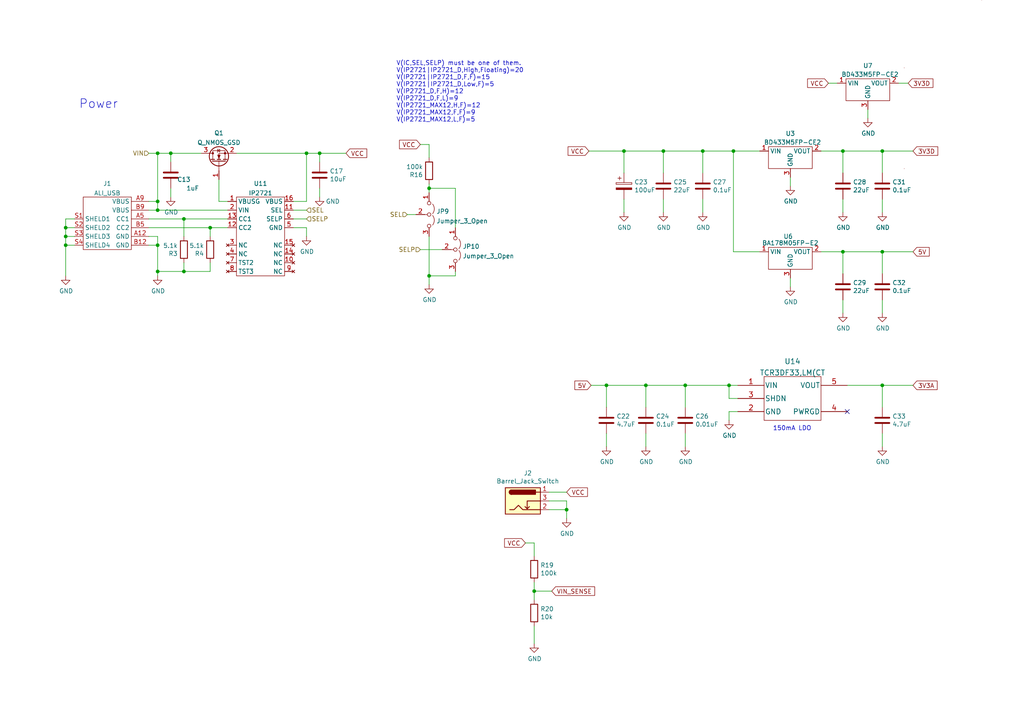
<source format=kicad_sch>
(kicad_sch (version 20230121) (generator eeschema)
  (paper "A4")
  (lib_symbols
    (symbol "Connector:Barrel_Jack_Switch" (pin_names hide)
      (property "Reference" "J" (at 0 5.334 0))
      (property "Value" "Barrel_Jack_Switch" (at 0 -5.08 0))
      (symbol "Barrel_Jack_Switch_0_1"
        (rectangle (start -5.08 3.81) (end 5.08 -3.81) (stroke (width 0.254)) (fill (type background)))
        (arc (start -3.302 3.175) (mid -3.9343 2.54) (end -3.302 1.905) (stroke (width 0.254)))
        (arc (start -3.302 3.175) (mid -3.9343 2.54) (end -3.302 1.905) (stroke (width 0.254)) (fill (type outline)))
        (polyline (pts (xy 1.27 -2.286) (xy 1.905 -1.651)) (stroke (width 0.254)))
        (polyline (pts (xy 5.08 2.54) (xy 3.81 2.54)) (stroke (width 0.254)))
        (polyline (pts (xy 5.08 0) (xy 1.27 0) (xy 1.27 -2.286) (xy 0.635 -1.651)) (stroke (width 0.254)))
        (polyline (pts (xy -3.81 -2.54) (xy -2.54 -2.54) (xy -1.27 -1.27) (xy 0 -2.54) (xy 2.54 -2.54) (xy 5.08 -2.54)) (stroke (width 0.254)))
        (rectangle (start 3.683 3.175) (end -3.302 1.905) (stroke (width 0.254)) (fill (type outline)))
      )
      (symbol "Barrel_Jack_Switch_1_1"
        (pin passive line (at 7.62 2.54 180) (length 2.54) (name "~") (number "1"))
        (pin passive line (at 7.62 -2.54 180) (length 2.54) (name "~") (number "2"))
        (pin passive line (at 7.62 0 180) (length 2.54) (name "~") (number "3"))
      )
    )
    (symbol "Device:C" (pin_numbers hide) (pin_names (offset 0.254))
      (property "Reference" "C" (at 0.635 2.54 0))
      (property "Value" "C" (at 0.635 -2.54 0))
      (symbol "C_0_1"
        (polyline (pts (xy -2.032 -0.762) (xy 2.032 -0.762)) (stroke (width 0.508)))
        (polyline (pts (xy -2.032 0.762) (xy 2.032 0.762)) (stroke (width 0.508)))
      )
      (symbol "C_1_1"
        (pin passive line (at 0 3.81 270) (length 2.794) (name "~") (number "1"))
        (pin passive line (at 0 -3.81 90) (length 2.794) (name "~") (number "2"))
      )
    )
    (symbol "Device:CP" (pin_numbers hide) (pin_names (offset 0.254))
      (property "Reference" "C" (at 0.635 2.54 0))
      (property "Value" "Device_CP" (at 0.635 -2.54 0))
      (symbol "CP_0_1"
        (rectangle (start -2.286 0.508) (end 2.286 1.016))
        (polyline (pts (xy -1.778 2.286) (xy -0.762 2.286)))
        (polyline (pts (xy -1.27 2.794) (xy -1.27 1.778)))
        (rectangle (start 2.286 -0.508) (end -2.286 -1.016) (fill (type outline)))
      )
      (symbol "CP_1_1"
        (pin passive line (at 0 3.81 270) (length 2.794) (name "~") (number "1"))
        (pin passive line (at 0 -3.81 90) (length 2.794) (name "~") (number "2"))
      )
    )
    (symbol "Device:Q_NMOS_GSD" (pin_names (offset 0) hide)
      (property "Reference" "Q" (at 5.08 1.27 0))
      (property "Value" "Q_NMOS_GSD" (at 5.08 -1.27 0))
      (symbol "Q_NMOS_GSD_0_1"
        (polyline (pts (xy 0.254 0) (xy -2.54 0)))
        (polyline (pts (xy 0.254 1.905) (xy 0.254 -1.905)) (stroke (width 0.254)))
        (polyline (pts (xy 0.762 -1.27) (xy 0.762 -2.286)) (stroke (width 0.254)))
        (polyline (pts (xy 0.762 0.508) (xy 0.762 -0.508)) (stroke (width 0.254)))
        (polyline (pts (xy 0.762 2.286) (xy 0.762 1.27)) (stroke (width 0.254)))
        (polyline (pts (xy 2.54 2.54) (xy 2.54 1.778)))
        (polyline (pts (xy 2.54 -2.54) (xy 2.54 0) (xy 0.762 0)))
        (polyline (pts (xy 0.762 -1.778) (xy 3.302 -1.778) (xy 3.302 1.778) (xy 0.762 1.778)))
        (polyline (pts (xy 1.016 0) (xy 2.032 0.381) (xy 2.032 -0.381) (xy 1.016 0)) (fill (type outline)))
        (polyline (pts (xy 2.794 0.508) (xy 2.921 0.381) (xy 3.683 0.381) (xy 3.81 0.254)))
        (polyline (pts (xy 3.302 0.381) (xy 2.921 -0.254) (xy 3.683 -0.254) (xy 3.302 0.381)))
        (circle (center 1.651 0) (radius 2.794) (stroke (width 0.254)))
        (circle (center 2.54 -1.778) (radius 0.254) (fill (type outline)))
        (circle (center 2.54 1.778) (radius 0.254) (fill (type outline)))
      )
      (symbol "Q_NMOS_GSD_1_1"
        (pin input line (at -5.08 0 0) (length 2.54) (name "G") (number "1"))
        (pin passive line (at 2.54 -5.08 90) (length 2.54) (name "S") (number "2"))
        (pin passive line (at 2.54 5.08 270) (length 2.54) (name "D") (number "3"))
      )
    )
    (symbol "Device:R" (pin_numbers hide) (pin_names (offset 0))
      (property "Reference" "R" (at 2.032 0 90))
      (property "Value" "R" (at 0 0 90))
      (symbol "R_0_1"
        (rectangle (start -1.016 -2.54) (end 1.016 2.54) (stroke (width 0.254)))
      )
      (symbol "R_1_1"
        (pin passive line (at 0 3.81 270) (length 1.27) (name "~") (number "1"))
        (pin passive line (at 0 -3.81 90) (length 1.27) (name "~") (number "2"))
      )
    )
    (symbol "Jumper:Jumper_3_Open" (pin_names (offset 0) hide)
      (property "Reference" "JP" (at -2.54 -2.54 0))
      (property "Value" "Jumper_3_Open" (at 0 2.794 0))
      (symbol "Jumper_3_Open_0_0"
        (circle (center -3.302 0) (radius 0.508))
        (circle (center 0 0) (radius 0.508))
        (circle (center 3.302 0) (radius 0.508))
      )
      (symbol "Jumper_3_Open_0_1"
        (arc (start -0.254 1.016) (mid -1.651 1.4992) (end -3.048 1.016))
        (polyline (pts (xy 0 -0.508) (xy 0 -1.27)))
        (arc (start 3.048 1.016) (mid 1.651 1.4992) (end 0.254 1.016))
      )
      (symbol "Jumper_3_Open_1_1"
        (pin passive line (at -6.35 0 0) (length 2.54) (name "A") (number "1"))
        (pin input line (at 0 -3.81 90) (length 2.54) (name "C") (number "2"))
        (pin passive line (at 6.35 0 180) (length 2.54) (name "B") (number "3"))
      )
    )
    (symbol "Ninja-qPCR:ALI_USB"
      (property "Reference" "J" (at -7.62 2.54 0))
      (property "Value" "ALI_USB" (at -6.35 -15.24 0))
      (symbol "ALI_USB_0_1"
        (rectangle (start 0 1.27) (end -13.97 -13.97) (stroke (width 0.1524)))
      )
      (symbol "ALI_USB_1_1"
        (pin input line (at 5.08 -10.16 180) (length 5.08) (name "GND") (number "A12"))
        (pin input line (at 5.08 -5.08 180) (length 5.08) (name "CC1") (number "A5"))
        (pin input line (at 5.08 0 180) (length 5.08) (name "VBUS") (number "A9"))
        (pin input line (at 5.08 -12.7 180) (length 5.08) (name "GND") (number "B12"))
        (pin input line (at 5.08 -7.62 180) (length 5.08) (name "CC2") (number "B5"))
        (pin input line (at 5.08 -2.54 180) (length 5.08) (name "VBUS") (number "B9"))
        (pin input line (at -16.51 -5.08 0) (length 2.54) (name "SHELD1") (number "S1"))
        (pin input line (at -16.51 -7.62 0) (length 2.54) (name "SHELD2") (number "S2"))
        (pin input line (at -16.51 -10.16 0) (length 2.54) (name "SHELD3") (number "S3"))
        (pin input line (at -16.51 -12.7 0) (length 2.54) (name "SHELD4") (number "S4"))
      )
    )
    (symbol "Ninja-qPCR:IP2721"
      (property "Reference" "U" (at 0 2.54 0))
      (property "Value" "IP2721" (at 0 -22.86 0))
      (symbol "IP2721_0_1"
        (rectangle (start -7.62 1.27) (end 6.35 -21.59) (stroke (width 0.1524)))
      )
      (symbol "IP2721_1_1"
        (pin output line (at -10.16 0 0) (length 2.54) (name "VBUSG") (number "1"))
        (pin no_connect line (at 8.89 -17.78 180) (length 2.54) (name "NC") (number "10"))
        (pin input line (at 8.89 -2.54 180) (length 2.54) (name "SEL") (number "11"))
        (pin input line (at -10.16 -7.62 0) (length 2.54) (name "CC2") (number "12"))
        (pin input line (at -10.16 -5.08 0) (length 2.54) (name "CC1") (number "13"))
        (pin no_connect line (at 8.89 -15.24 180) (length 2.54) (name "NC") (number "14"))
        (pin no_connect line (at 8.89 -12.7 180) (length 2.54) (name "NC") (number "15"))
        (pin input line (at 8.89 0 180) (length 2.54) (name "VBUS") (number "16"))
        (pin power_in line (at -10.16 -2.54 0) (length 2.54) (name "VIN") (number "2"))
        (pin no_connect line (at -10.16 -12.7 0) (length 2.54) (name "NC") (number "3"))
        (pin no_connect line (at -10.16 -15.24 0) (length 2.54) (name "NC") (number "4"))
        (pin power_out line (at 8.89 -7.62 180) (length 2.54) (name "GND") (number "5"))
        (pin input line (at 8.89 -5.08 180) (length 2.54) (name "SELP") (number "6"))
        (pin no_connect line (at -10.16 -17.78 0) (length 2.54) (name "TST2") (number "7"))
        (pin no_connect line (at -10.16 -20.32 0) (length 2.54) (name "TST3") (number "8"))
        (pin no_connect line (at 8.89 -20.32 180) (length 2.54) (name "NC") (number "9"))
      )
    )
    (symbol "Ninja-qPCR:MCP1755T-3302E_OT" (pin_names (offset 0.254))
      (property "Reference" "U" (at 16.51 8.89 0))
      (property "Value" "MCP1755T-3302E_OT" (at 16.51 6.35 0))
      (symbol "MCP1755T-3302E_OT_1_1"
        (rectangle (start 7.62 2.54) (end 24.13 -10.16))
        (pin power_in line (at 0 0 0) (length 7.62) (name "VIN") (number "1"))
        (pin power_in line (at 0 -7.62 0) (length 7.62) (name "GND") (number "2"))
        (pin input line (at 0 -3.81 0) (length 7.62) (name "SHDN") (number "3"))
        (pin output line (at 31.75 -7.62 180) (length 7.62) (name "PWRGD") (number "4"))
        (pin output line (at 31.75 0 180) (length 7.62) (name "VOUT") (number "5"))
      )
    )
    (symbol "Ninja-qPCR:REG_TO252-3"
      (property "Reference" "U" (at 0 1.27 0))
      (property "Value" "REG_TO252-3" (at 7.62 -7.62 0))
      (symbol "REG_TO252-3_0_1"
        (rectangle (start -6.35 0) (end 6.35 -6.35) (stroke (width 0.1524)))
        (rectangle (start 33.02 22.86) (end 33.02 22.86) (stroke (width 0.1524)))
      )
      (symbol "REG_TO252-3_1_1"
        (pin input line (at -8.89 -1.27 0) (length 2.54) (name "VIN") (number "1"))
        (pin input line (at 8.89 -1.27 180) (length 2.54) (name "VOUT") (number "2"))
        (pin input line (at 0 -8.89 90) (length 2.54) (name "GND") (number "3"))
      )
    )
    (symbol "power:GND" (power) (pin_names (offset 0))
      (property "Value" "GND" (at 0 -3.81 0))
      (symbol "GND_0_1"
        (polyline (pts (xy 0 0) (xy 0 -1.27) (xy 1.27 -1.27) (xy 0 -2.54) (xy -1.27 -1.27) (xy 0 -1.27)))
      )
      (symbol "GND_1_1"
        (pin power_in line (at 0 0 270) (length 0) hide (name "GND") (number "1"))
      )
    )
  )
  (junction (at 53.34 63.5))
  (junction (at 19.05 66.04))
  (junction (at 45.72 58.42))
  (junction (at 255.905 43.815))
  (junction (at 192.405 43.815))
  (junction (at 92.71 44.45))
  (junction (at 244.475 43.815))
  (junction (at 45.72 60.96))
  (junction (at 180.975 43.815))
  (junction (at 255.905 73.025))
  (junction (at 49.53 44.45))
  (junction (at 175.895 111.76))
  (junction (at 198.755 111.76))
  (junction (at 124.46 54.61))
  (junction (at 88.9 44.45))
  (junction (at 164.338 147.828))
  (junction (at 45.72 78.74))
  (junction (at 203.835 43.815))
  (junction (at 187.325 111.76))
  (junction (at 255.905 111.76))
  (junction (at 60.96 66.04))
  (junction (at 124.46 80.01))
  (junction (at 19.05 71.12))
  (junction (at 244.475 73.025))
  (junction (at 211.455 111.76))
  (junction (at 154.94 171.45))
  (junction (at 19.05 68.58))
  (junction (at 212.725 43.815))
  (junction (at 45.72 71.12))
  (junction (at 45.72 44.45))
  (junction (at 53.34 78.74))
  (no_connect (at 245.745 119.38))
  (wire (pts (xy 66.04 58.42) (xy 63.5 58.42)))
  (wire (pts (xy 118.11 62.23) (xy 120.65 62.23)))
  (wire (pts (xy 175.895 111.76) (xy 175.895 118.11)))
  (wire (pts (xy 187.325 125.73) (xy 187.325 129.54)))
  (wire (pts (xy 132.08 54.61) (xy 132.08 66.04)))
  (wire (pts (xy 45.72 78.74) (xy 45.72 80.01)))
  (wire (pts (xy 49.53 54.61) (xy 49.53 57.15)))
  (wire (pts (xy 154.94 157.48) (xy 154.94 161.29)))
  (wire (pts (xy 45.72 68.58) (xy 45.72 71.12)))
  (wire (pts (xy 255.905 57.785) (xy 255.905 61.595)))
  (wire (pts (xy 152.4 157.48) (xy 154.94 157.48)))
  (wire (pts (xy 85.09 66.04) (xy 88.9 66.04)))
  (wire (pts (xy 88.9 66.04) (xy 88.9 68.58)))
  (wire (pts (xy 45.72 71.12) (xy 45.72 78.74)))
  (wire (pts (xy 212.725 43.815) (xy 220.345 43.815)))
  (wire (pts (xy 245.745 111.76) (xy 255.905 111.76)))
  (wire (pts (xy 198.755 125.73) (xy 198.755 129.54)))
  (wire (pts (xy 187.325 111.76) (xy 198.755 111.76)))
  (wire (pts (xy 213.995 115.57) (xy 211.455 115.57)))
  (wire (pts (xy 240.284 24.13) (xy 242.824 24.13)))
  (wire (pts (xy 68.58 44.45) (xy 88.9 44.45)))
  (wire (pts (xy 180.975 43.815) (xy 180.975 50.165)))
  (wire (pts (xy 19.05 66.04) (xy 19.05 68.58)))
  (wire (pts (xy 229.235 80.645) (xy 229.235 83.185)))
  (wire (pts (xy 260.604 24.13) (xy 263.398 24.13)))
  (wire (pts (xy 124.46 68.58) (xy 124.46 80.01)))
  (wire (pts (xy 213.995 119.38) (xy 211.455 119.38)))
  (wire (pts (xy 238.125 43.815) (xy 244.475 43.815)))
  (wire (pts (xy 255.905 86.995) (xy 255.905 90.805)))
  (wire (pts (xy 45.72 60.96) (xy 66.04 60.96)))
  (wire (pts (xy 192.405 43.815) (xy 203.835 43.815)))
  (wire (pts (xy 124.46 54.61) (xy 124.46 55.88)))
  (wire (pts (xy 124.46 53.34) (xy 124.46 54.61)))
  (wire (pts (xy 85.09 60.96) (xy 88.9 60.96)))
  (wire (pts (xy 211.455 119.38) (xy 211.455 121.92)))
  (wire (pts (xy 251.714 31.75) (xy 251.714 34.29)))
  (wire (pts (xy 43.18 71.12) (xy 45.72 71.12)))
  (wire (pts (xy 60.96 76.2) (xy 60.96 78.74)))
  (wire (pts (xy 53.34 76.2) (xy 53.34 78.74)))
  (wire (pts (xy 203.835 43.815) (xy 212.725 43.815)))
  (wire (pts (xy 53.34 78.74) (xy 60.96 78.74)))
  (wire (pts (xy 255.905 125.73) (xy 255.905 129.54)))
  (wire (pts (xy 159.258 142.748) (xy 164.338 142.748)))
  (wire (pts (xy 19.05 68.58) (xy 21.59 68.58)))
  (wire (pts (xy 154.94 171.45) (xy 160.02 171.45)))
  (wire (pts (xy 244.475 57.785) (xy 244.475 61.595)))
  (wire (pts (xy 154.94 171.45) (xy 154.94 173.99)))
  (wire (pts (xy 45.72 58.42) (xy 45.72 44.45)))
  (wire (pts (xy 85.09 63.5) (xy 88.9 63.5)))
  (wire (pts (xy 212.725 43.815) (xy 212.725 73.025)))
  (wire (pts (xy 43.18 58.42) (xy 45.72 58.42)))
  (wire (pts (xy 255.905 111.76) (xy 264.795 111.76)))
  (wire (pts (xy 164.338 145.288) (xy 164.338 147.828)))
  (wire (pts (xy 60.96 66.04) (xy 66.04 66.04)))
  (wire (pts (xy 175.895 125.73) (xy 175.895 129.54)))
  (wire (pts (xy 180.975 43.815) (xy 192.405 43.815)))
  (wire (pts (xy 132.08 78.74) (xy 132.08 80.01)))
  (wire (pts (xy 213.995 111.76) (xy 211.455 111.76)))
  (wire (pts (xy 255.905 73.025) (xy 264.795 73.025)))
  (wire (pts (xy 43.18 60.96) (xy 45.72 60.96)))
  (wire (pts (xy 255.905 73.025) (xy 244.475 73.025)))
  (wire (pts (xy 211.455 111.76) (xy 211.455 115.57)))
  (wire (pts (xy 49.53 44.45) (xy 49.53 46.99)))
  (wire (pts (xy 124.46 41.91) (xy 124.46 45.72)))
  (wire (pts (xy 45.72 78.74) (xy 53.34 78.74)))
  (wire (pts (xy 255.905 43.815) (xy 255.905 50.165)))
  (wire (pts (xy 53.34 63.5) (xy 53.34 68.58)))
  (wire (pts (xy 244.475 43.815) (xy 244.475 50.165)))
  (wire (pts (xy 255.905 111.76) (xy 255.905 118.11)))
  (wire (pts (xy 244.475 73.025) (xy 244.475 79.375)))
  (wire (pts (xy 19.05 63.5) (xy 19.05 66.04)))
  (wire (pts (xy 187.325 111.76) (xy 187.325 118.11)))
  (wire (pts (xy 60.96 66.04) (xy 60.96 68.58)))
  (wire (pts (xy 255.905 73.025) (xy 255.905 79.375)))
  (wire (pts (xy 121.92 72.39) (xy 128.27 72.39)))
  (wire (pts (xy 255.905 43.815) (xy 244.475 43.815)))
  (wire (pts (xy 238.125 73.025) (xy 244.475 73.025)))
  (wire (pts (xy 88.9 44.45) (xy 92.71 44.45)))
  (wire (pts (xy 43.18 68.58) (xy 45.72 68.58)))
  (wire (pts (xy 92.71 54.61) (xy 92.71 57.15)))
  (wire (pts (xy 198.755 111.76) (xy 211.455 111.76)))
  (wire (pts (xy 198.755 111.76) (xy 198.755 118.11)))
  (wire (pts (xy 255.905 43.815) (xy 264.795 43.815)))
  (wire (pts (xy 88.9 44.45) (xy 88.9 58.42)))
  (wire (pts (xy 192.405 43.815) (xy 192.405 50.165)))
  (wire (pts (xy 53.34 63.5) (xy 66.04 63.5)))
  (wire (pts (xy 171.45 111.76) (xy 175.895 111.76)))
  (wire (pts (xy 43.18 63.5) (xy 53.34 63.5)))
  (wire (pts (xy 175.895 111.76) (xy 187.325 111.76)))
  (wire (pts (xy 124.46 80.01) (xy 124.46 82.55)))
  (wire (pts (xy 121.92 41.91) (xy 124.46 41.91)))
  (wire (pts (xy 45.72 60.96) (xy 45.72 58.42)))
  (wire (pts (xy 203.835 57.785) (xy 203.835 61.595)))
  (wire (pts (xy 229.235 51.435) (xy 229.235 53.975)))
  (wire (pts (xy 43.18 66.04) (xy 60.96 66.04)))
  (wire (pts (xy 49.53 44.45) (xy 58.42 44.45)))
  (wire (pts (xy 19.05 71.12) (xy 21.59 71.12)))
  (wire (pts (xy 43.18 44.45) (xy 45.72 44.45)))
  (wire (pts (xy 203.835 43.815) (xy 203.835 50.165)))
  (wire (pts (xy 159.258 147.828) (xy 164.338 147.828)))
  (wire (pts (xy 180.975 57.785) (xy 180.975 61.595)))
  (wire (pts (xy 124.46 54.61) (xy 132.08 54.61)))
  (wire (pts (xy 21.59 63.5) (xy 19.05 63.5)))
  (wire (pts (xy 19.05 68.58) (xy 19.05 71.12)))
  (wire (pts (xy 170.815 43.815) (xy 180.975 43.815)))
  (wire (pts (xy 19.05 71.12) (xy 19.05 80.01)))
  (wire (pts (xy 192.405 57.785) (xy 192.405 61.595)))
  (wire (pts (xy 19.05 66.04) (xy 21.59 66.04)))
  (wire (pts (xy 154.94 168.91) (xy 154.94 171.45)))
  (wire (pts (xy 92.71 44.45) (xy 100.33 44.45)))
  (wire (pts (xy 45.72 44.45) (xy 49.53 44.45)))
  (wire (pts (xy 212.725 73.025) (xy 220.345 73.025)))
  (wire (pts (xy 164.338 150.368) (xy 164.338 147.828)))
  (wire (pts (xy 159.258 145.288) (xy 164.338 145.288)))
  (wire (pts (xy 154.94 181.61) (xy 154.94 186.69)))
  (wire (pts (xy 63.5 58.42) (xy 63.5 52.07)))
  (wire (pts (xy 85.09 58.42) (xy 88.9 58.42)))
  (wire (pts (xy 132.08 80.01) (xy 124.46 80.01)))
  (wire (pts (xy 92.71 44.45) (xy 92.71 46.99)))
  (wire (pts (xy 244.475 86.995) (xy 244.475 90.805)))
  (text "V(IC,SEL,SELP) must be one of them.\nV(IP2721|IP2721_D,High,Floating)=20\nV(IP2721|IP2721_D,F,F)=15\nV(IP2721|IP2721_D,Low,F)=5\nV(IP2721_D,F,H)=12\nV(IP2721_D,F,L)=9\nV(IP2721_MAX12,H,F)=12\nV(IP2721_MAX12,F,F)=9\nV(IP2721_MAX12,L,F)=5" (at 114.935 35.56 0) (effects (font (size 1.27 1.27)) (justify left bottom)))
  (text "Power" (at 22.86 31.75 0) (effects (font (size 2.54 2.54)) (justify left bottom)))
  (text "150mA LDO" (at 224.155 125.095 0) (effects (font (size 1.27 1.27)) (justify left bottom)))
  (global_label "3V3D" (shape input) (at 264.795 43.815 0) (property "Intersheetrefs" "${INTERSHEET_REFS}" (effects hide)))
  (global_label "3V3D" (shape input) (at 263.398 24.13 0) (property "Intersheetrefs" "${INTERSHEET_REFS}" (effects hide)))
  (global_label "VCC" (shape input) (at 100.33 44.45 0) (property "Intersheetrefs" "${INTERSHEET_REFS}" (effects hide)))
  (global_label "VCC" (shape input) (at 152.4 157.48 180) (property "Intersheetrefs" "${INTERSHEET_REFS}" (effects hide)))
  (global_label "5V" (shape input) (at 264.795 73.025 0) (property "Intersheetrefs" "${INTERSHEET_REFS}" (effects hide)))
  (global_label "VCC" (shape input) (at 164.338 142.748 0) (property "Intersheetrefs" "${INTERSHEET_REFS}" (effects hide)))
  (global_label "VCC" (shape input) (at 170.815 43.815 180) (property "Intersheetrefs" "${INTERSHEET_REFS}" (effects hide)))
  (global_label "VIN_SENSE" (shape input) (at 160.02 171.45 0) (property "Intersheetrefs" "${INTERSHEET_REFS}" (effects hide)))
  (global_label "5V" (shape input) (at 171.45 111.76 180) (property "Intersheetrefs" "${INTERSHEET_REFS}" (effects hide)))
  (global_label "VCC" (shape input) (at 240.284 24.13 180) (property "Intersheetrefs" "${INTERSHEET_REFS}" (effects hide)))
  (global_label "3V3A" (shape input) (at 264.795 111.76 0) (property "Intersheetrefs" "${INTERSHEET_REFS}" (effects hide)))
  (global_label "VCC" (shape input) (at 121.92 41.91 180) (property "Intersheetrefs" "${INTERSHEET_REFS}" (effects hide)))
  (hierarchical_label "VIN" (shape input) (at 43.18 44.45 180))
  (hierarchical_label "SELP" (shape input) (at 88.9 63.5 0))
  (hierarchical_label "SEL" (shape input) (at 88.9 60.96 0))
  (hierarchical_label "SEL" (shape input) (at 118.11 62.23 180))
  (hierarchical_label "SELP" (shape input) (at 121.92 72.39 180))
  (symbol (lib_id "power:GND") (at 175.895 129.54 0) (unit 1)
    (property "Reference" "#PWR0122" (effects hide))
    (property "Value" "GND" (at 176.022 133.9342 0))
  )
  (symbol (lib_id "power:GND") (at 124.46 82.55 0) (unit 1)
    (property "Reference" "#PWR0131" (effects hide))
    (property "Value" "GND" (at 124.587 86.9442 0))
  )
  (symbol (lib_id "Ninja-qPCR:REG_TO252-3") (at 229.235 71.755 0) (unit 1)
    (property "Reference" "U6" (at 228.6 68.58 0))
    (property "Value" "BA178M05FP-E2" (at 229.235 70.485 0))
    (property "Footprint" "Ninja:REG_TO252-3" (effects hide))
  )
  (symbol (lib_id "power:GND") (at 192.405 61.595 0) (unit 1)
    (property "Reference" "#PWR0136" (effects hide))
    (property "Value" "GND" (at 192.532 65.9892 0))
  )
  (symbol (lib_id "Device:C") (at 187.325 121.92 0) (unit 1)
    (property "Reference" "C24" (at 190.246 120.7516 0) (effects (justify left)))
    (property "Value" "0.1uF" (at 190.246 123.063 0) (effects (justify left)))
    (property "Footprint" "Capacitor_SMD:C_0603_1608Metric" (effects hide))
  )
  (symbol (lib_id "power:GND") (at 255.905 129.54 0) (unit 1)
    (property "Reference" "#PWR0128" (effects hide))
    (property "Value" "GND" (at 256.032 133.9342 0))
  )
  (symbol (lib_id "power:GND") (at 244.475 61.595 0) (unit 1)
    (property "Reference" "#PWR0123" (effects hide))
    (property "Value" "GND" (at 244.602 65.9892 0))
  )
  (symbol (lib_id "Ninja-qPCR:ALI_USB") (at 38.1 58.42 0) (unit 1)
    (property "Reference" "J1" (at 31.115 53.2343 0))
    (property "Value" "ALI_USB" (at 31.115 56.0094 0))
    (property "Footprint" "Ninja:ALI_USB" (effects hide))
  )
  (symbol (lib_id "Device:C") (at 244.475 53.975 0) (unit 1)
    (property "Reference" "C28" (at 247.396 52.8066 0) (effects (justify left)))
    (property "Value" "22uF" (at 247.396 55.118 0) (effects (justify left)))
    (property "Footprint" "Capacitor_SMD:C_1210_3225Metric" (effects hide))
  )
  (symbol (lib_id "power:GND") (at 198.755 129.54 0) (unit 1)
    (property "Reference" "#PWR0118" (effects hide))
    (property "Value" "GND" (at 198.882 133.9342 0))
  )
  (symbol (lib_id "Device:C") (at 244.475 83.185 0) (unit 1)
    (property "Reference" "C29" (at 247.396 82.0166 0) (effects (justify left)))
    (property "Value" "22uF" (at 247.396 84.328 0) (effects (justify left)))
    (property "Footprint" "Capacitor_SMD:C_1210_3225Metric" (effects hide))
  )
  (symbol (lib_id "Jumper:Jumper_3_Open") (at 132.08 72.39 270) (unit 1)
    (property "Reference" "JP10" (at 134.2142 71.4815 90) (effects (justify left)))
    (property "Value" "Jumper_3_Open" (at 134.2142 74.2566 90) (effects (justify left)))
    (property "Footprint" "Jumper:SolderJumper-3_P2.0mm_Open_TrianglePad1.0x1.5mm" (effects hide))
  )
  (symbol (lib_id "Device:C") (at 49.53 50.8 0) (unit 1)
    (property "Reference" "C13" (at 53.34 52.07 0))
    (property "Value" "1uF" (at 55.88 54.61 0))
    (property "Footprint" "Capacitor_SMD:C_0603_1608Metric" (effects hide))
  )
  (symbol (lib_id "Device:C") (at 255.905 121.92 0) (unit 1)
    (property "Reference" "C33" (at 258.826 120.7516 0) (effects (justify left)))
    (property "Value" "4.7uF" (at 258.826 123.063 0) (effects (justify left)))
    (property "Footprint" "Capacitor_SMD:C_0805_2012Metric" (effects hide))
  )
  (symbol (lib_id "power:GND") (at 88.9 68.58 0) (unit 1)
    (property "Reference" "#PWR0115" (effects hide))
    (property "Value" "GND" (at 89.027 72.9742 0))
  )
  (symbol (lib_id "Ninja-qPCR:MCP1755T-3302E_OT") (at 213.995 111.76 0) (unit 1)
    (property "Reference" "U14" (at 229.87 104.8161 0) (effects (font (size 1.524 1.524))))
    (property "Value" "TCR3DF33,LM(CT" (at 229.87 108.0951 0) (effects (font (size 1.524 1.524))))
    (property "Footprint" "Package_TO_SOT_SMD:SOT-23-5" (effects hide))
  )
  (symbol (lib_id "power:GND") (at 255.905 61.595 0) (unit 1)
    (property "Reference" "#PWR0124" (effects hide))
    (property "Value" "GND" (at 256.032 65.9892 0))
  )
  (symbol (lib_id "Device:C") (at 192.405 53.975 0) (unit 1)
    (property "Reference" "C25" (at 195.326 52.8066 0) (effects (justify left)))
    (property "Value" "22uF" (at 195.326 55.118 0) (effects (justify left)))
    (property "Footprint" "Capacitor_SMD:C_1210_3225Metric" (effects hide))
  )
  (symbol (lib_id "power:GND") (at 203.835 61.595 0) (unit 1)
    (property "Reference" "#PWR0134" (effects hide))
    (property "Value" "GND" (at 203.962 65.9892 0))
  )
  (symbol (lib_id "Ninja-qPCR:REG_TO252-3") (at 229.235 42.545 0) (unit 1)
    (property "Reference" "U3" (at 229.235 38.735 0))
    (property "Value" "BD433M5FP-CE2" (at 229.87 41.275 0))
    (property "Footprint" "Ninja:REG_TO252-3" (effects hide))
  )
  (symbol (lib_id "power:GND") (at 244.475 90.805 0) (unit 1)
    (property "Reference" "#PWR0125" (effects hide))
    (property "Value" "GND" (at 244.602 95.1992 0))
  )
  (symbol (lib_id "power:GND") (at 211.455 121.92 0) (unit 1)
    (property "Reference" "#PWR0121" (effects hide))
    (property "Value" "GND" (at 211.582 126.3142 0))
  )
  (symbol (lib_id "power:GND") (at 180.975 61.595 0) (unit 1)
    (property "Reference" "#PWR0135" (effects hide))
    (property "Value" "GND" (at 181.102 65.9892 0))
  )
  (symbol (lib_id "power:GND") (at 229.235 83.185 0) (unit 1)
    (property "Reference" "#PWR0132" (effects hide))
    (property "Value" "GND" (at 229.362 87.5792 0))
  )
  (symbol (lib_id "power:GND") (at 45.72 80.01 0) (unit 1)
    (property "Reference" "#PWR0110" (effects hide))
    (property "Value" "GND" (at 45.847 84.4042 0))
  )
  (symbol (lib_id "power:GND") (at 229.235 53.975 0) (unit 1)
    (property "Reference" "#PWR0133" (effects hide))
    (property "Value" "GND" (at 229.362 58.3692 0))
  )
  (symbol (lib_id "power:GND") (at 164.338 150.368 0) (unit 1)
    (property "Reference" "#PWR0138" (effects hide))
    (property "Value" "GND" (at 164.465 154.7622 0))
  )
  (symbol (lib_id "Device:R") (at 154.94 177.8 0) (unit 1)
    (property "Reference" "R20" (at 156.718 176.6316 0) (effects (justify left)))
    (property "Value" "10k" (at 156.718 178.943 0) (effects (justify left)))
    (property "Footprint" "Resistor_SMD:R_0603_1608Metric" (effects hide))
  )
  (symbol (lib_id "Connector:Barrel_Jack_Switch") (at 151.638 145.288 0) (unit 1)
    (property "Reference" "J2" (at 153.0858 137.2362 0))
    (property "Value" "Barrel_Jack_Switch" (at 153.0858 139.5476 0))
    (property "Footprint" "Connector_BarrelJack:BarrelJack_Horizontal" (effects hide))
  )
  (symbol (lib_id "power:GND") (at 255.905 90.805 0) (unit 1)
    (property "Reference" "#PWR0126" (effects hide))
    (property "Value" "GND" (at 256.032 95.1992 0))
  )
  (symbol (lib_id "power:GND") (at 154.94 186.69 0) (unit 1)
    (property "Reference" "#PWR0137" (effects hide))
    (property "Value" "GND" (at 155.067 191.0842 0))
  )
  (symbol (lib_id "Ninja-qPCR:IP2721") (at 76.2 58.42 0) (unit 1)
    (property "Reference" "U11" (at 75.565 53.2343 0))
    (property "Value" "IP2721" (at 75.565 56.0094 0))
    (property "Footprint" "Package_SO:TSSOP-16_4.4x5mm_P0.65mm" (effects hide))
  )
  (symbol (lib_id "Device:C") (at 203.835 53.975 0) (unit 1)
    (property "Reference" "C27" (at 206.756 52.8066 0) (effects (justify left)))
    (property "Value" "0.1uF" (at 206.756 55.118 0) (effects (justify left)))
    (property "Footprint" "Capacitor_SMD:C_0603_1608Metric" (effects hide))
  )
  (symbol (lib_id "power:GND") (at 251.714 34.29 0) (unit 1)
    (property "Reference" "#PWR0102" (effects hide))
    (property "Value" "GND" (at 251.841 38.6842 0))
  )
  (symbol (lib_id "Device:R") (at 124.46 49.53 180) (unit 1)
    (property "Reference" "R16" (at 122.682 50.6984 0) (effects (justify left)))
    (property "Value" "100k" (at 122.682 48.387 0) (effects (justify left)))
    (property "Footprint" "Resistor_SMD:R_0603_1608Metric" (effects hide))
  )
  (symbol (lib_id "power:GND") (at 92.71 57.15 0) (unit 1)
    (property "Reference" "#PWR0116" (effects hide))
    (property "Value" "GND" (at 96.52 58.42 0))
  )
  (symbol (lib_id "Device:Q_NMOS_GSD") (at 63.5 46.99 90) (unit 1)
    (property "Reference" "Q1" (at 63.5 38.5785 90))
    (property "Value" "Q_NMOS_GSD" (at 63.5 41.3536 90))
    (property "Footprint" "Ninja:SOT95P240X112-3N" (effects hide))
  )
  (symbol (lib_id "Device:C") (at 255.905 83.185 0) (unit 1)
    (property "Reference" "C32" (at 258.826 82.0166 0) (effects (justify left)))
    (property "Value" "0.1uF" (at 258.826 84.328 0) (effects (justify left)))
    (property "Footprint" "Capacitor_SMD:C_0603_1608Metric" (effects hide))
  )
  (symbol (lib_id "power:GND") (at 49.53 57.15 0) (unit 1)
    (property "Reference" "#PWR0109" (effects hide))
    (property "Value" "GND" (at 49.657 61.5442 0))
  )
  (symbol (lib_id "Device:CP") (at 180.975 53.975 0) (unit 1)
    (property "Reference" "C23" (at 183.9722 52.8066 0) (effects (justify left)))
    (property "Value" "100uF" (at 183.9722 55.118 0) (effects (justify left)))
    (property "Footprint" "Ninja:35TZV100M6.3X8" (effects hide))
  )
  (symbol (lib_id "Device:C") (at 92.71 50.8 0) (unit 1)
    (property "Reference" "C17" (at 95.631 49.6316 0) (effects (justify left)))
    (property "Value" "10uF" (at 95.631 51.943 0) (effects (justify left)))
    (property "Footprint" "Capacitor_SMD:C_0805_2012Metric" (effects hide))
  )
  (symbol (lib_id "Device:C") (at 175.895 121.92 0) (unit 1)
    (property "Reference" "C22" (at 178.816 120.7516 0) (effects (justify left)))
    (property "Value" "4.7uF" (at 178.816 123.063 0) (effects (justify left)))
    (property "Footprint" "Capacitor_SMD:C_0805_2012Metric" (effects hide))
  )
  (symbol (lib_id "Device:C") (at 198.755 121.92 0) (unit 1)
    (property "Reference" "C26" (at 201.676 120.7516 0) (effects (justify left)))
    (property "Value" "0.01uF" (at 201.676 123.063 0) (effects (justify left)))
    (property "Footprint" "Capacitor_SMD:C_0603_1608Metric" (effects hide))
  )
  (symbol (lib_id "power:GND") (at 187.325 129.54 0) (unit 1)
    (property "Reference" "#PWR0119" (effects hide))
    (property "Value" "GND" (at 187.452 133.9342 0))
  )
  (symbol (lib_id "power:GND") (at 19.05 80.01 0) (unit 1)
    (property "Reference" "#PWR0105" (effects hide))
    (property "Value" "GND" (at 19.177 84.4042 0))
  )
  (symbol (lib_id "Ninja-qPCR:REG_TO252-3") (at 251.714 22.86 0) (unit 1)
    (property "Reference" "U7" (at 251.714 19.05 0))
    (property "Value" "BD433M5FP-CE2" (at 252.349 21.59 0))
    (property "Footprint" "Ninja:REG_TO252-3-INV" (effects hide))
  )
  (symbol (lib_id "Jumper:Jumper_3_Open") (at 124.46 62.23 270) (unit 1)
    (property "Reference" "JP9" (at 126.5942 61.3215 90) (effects (justify left)))
    (property "Value" "Jumper_3_Open" (at 126.5942 64.0966 90) (effects (justify left)))
    (property "Footprint" "Jumper:SolderJumper-3_P2.0mm_Open_TrianglePad1.0x1.5mm" (effects hide))
  )
  (symbol (lib_id "Device:R") (at 53.34 72.39 180) (unit 1)
    (property "Reference" "R3" (at 51.562 73.5584 0) (effects (justify left)))
    (property "Value" "5.1k" (at 51.562 71.247 0) (effects (justify left)))
    (property "Footprint" "Resistor_SMD:R_0603_1608Metric" (effects hide))
  )
  (symbol (lib_id "Device:R") (at 60.96 72.39 180) (unit 1)
    (property "Reference" "R4" (at 59.182 73.5584 0) (effects (justify left)))
    (property "Value" "5.1k" (at 59.182 71.247 0) (effects (justify left)))
    (property "Footprint" "Resistor_SMD:R_0603_1608Metric" (effects hide))
  )
  (symbol (lib_id "Device:C") (at 255.905 53.975 0) (unit 1)
    (property "Reference" "C31" (at 258.826 52.8066 0) (effects (justify left)))
    (property "Value" "0.1uF" (at 258.826 55.118 0) (effects (justify left)))
    (property "Footprint" "Capacitor_SMD:C_0603_1608Metric" (effects hide))
  )
  (symbol (lib_id "Device:R") (at 154.94 165.1 0) (unit 1)
    (property "Reference" "R19" (at 156.718 163.9316 0) (effects (justify left)))
    (property "Value" "100k" (at 156.718 166.243 0) (effects (justify left)))
    (property "Footprint" "Resistor_SMD:R_0603_1608Metric" (effects hide))
  )
)
</source>
